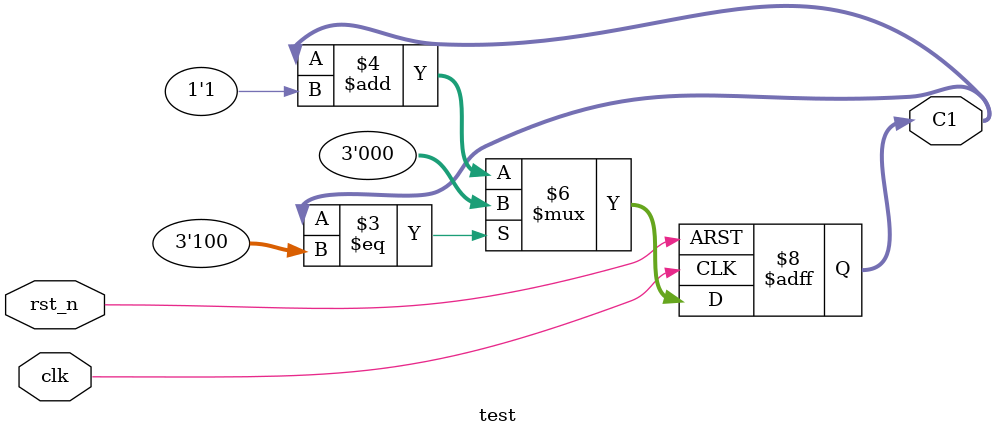
<source format=v>
module test(
    clk,
    rst_n,
    C1
);
    input clk;
    input rst_n;
    output [2:0]C1;
    reg [2:0]C1;

    always@(posedge clk or negedge rst_n)
    if(!rst_n)
        C1<= 0;
    else if(C1 ==4)
        C1<=0;
    else C1 <=C1+1'b1;
endmodule
</source>
